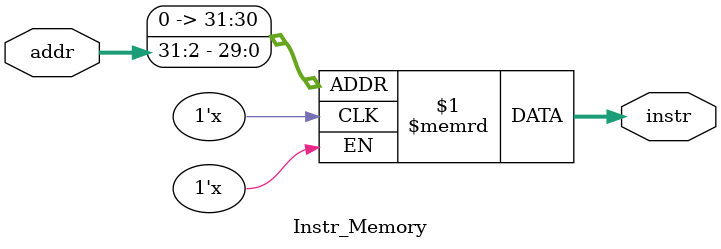
<source format=v>

module Instr_Memory(
    addr,
    instr
);

// Interface
input   [31:0]  addr;
output  [31:0]  instr;

// Instruction memory is byte-addressable, instructions are word-aligned
// Instruction memory with 256 32-bit words
// Instruction address range: 0x0000 ~ 0x03FC
parameter MEM_SIZE=256;
reg     [31:0] memory  [0:MEM_SIZE-1];

assign  instr = memory[addr>>2];  

endmodule

</source>
